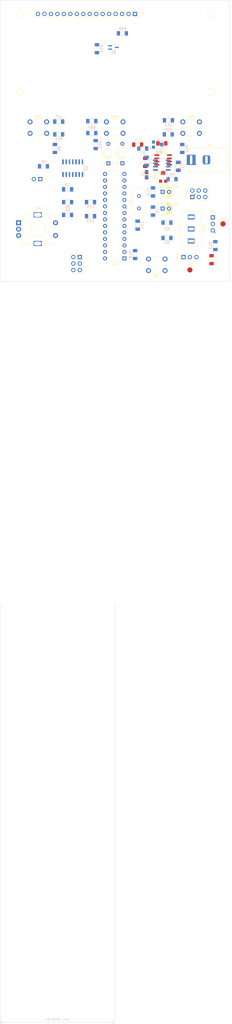
<source format=kicad_pcb>
(kicad_pcb (version 20211014) (generator pcbnew)
  (layers (0 "F.Cu" signal) (31 "B.Cu" signal) (34 "B.Paste" user) (35 "F.Paste" user) (36 "B.SilkS" user "B.Silkscreen") (37 "F.SilkS" user "F.Silkscreen") (38 "B.Mask" user) (39 "F.Mask" user) (44 "Edge.Cuts" user))
  (net 0 "")
  (net 1 "GND")
  (net 2 "Net-(D2-Pad1)")
  (net 3 "Net-(C9-Pad2)")
  (net 4 "VCC")
  (net 5 "Net-(D1-Pad1)")
  (net 6 "Net-(D1-Pad2)")
  (net 7 "Net-(D2-Pad2)")
  (net 8 "IO12_MISO_PB4")
  (net 9 "/Vin")
  (net 10 "IO13_SCK_PB5")
  (net 11 "IO11_MOSI_PB3")
  (net 12 "RESET#")
  (net 16 "IO8_PB0")
  (net 27 "IO9_PB1")
  (net 28 "AD1_PC1")
  (net 29 "AD0_PC0")
  (net 30 "Net-(R4-Pad2)")
  (net 31 "Net-(C2-Pad1)")
  (net 32 "Net-(R15-Pad2)")
  (net 33 "IO3_PD3")
  (net 34 "IO2_PD2")
  (net 35 "IO4_PD4")
  (net 36 "IO5_PD5")
  (net 37 "IO6_PD6")
  (net 38 "IO7_PD7")
  (net 39 "IO0_RX_PD0")
  (net 40 "IO10_SS_PB2")
  (net 41 "IO1_TX_PD1")
  (net 42 "AD2_PC2")
  (net 43 "AD3_PC3")
  (net 44 "AD4_PC4")
  (net 45 "AD5_PC5")
  (net 46 "+BATT")
  (net 47 "Net-(C5-Pad1)")
  (net 48 "Net-(JP2-Pad2)")
  (net 49 "Net-(JP1-Pad2)")
  (net 50 "Net-(C10-Pad2)")
  (net 51 "Net-(C13-Pad2)")
  (net 53 "LCD_RX")
  (net 54 "+3V3")
  (net 55 "Net-(JP1-Pad3)")
  (net 56 "Net-(JP2-Pad3)")
  (net 57 "Net-(R5-Pad2)")
  (net 58 "Net-(R8-Pad2)")
  (net 59 "Net-(R11-Pad1)")
  (net 60 "Net-(R19-Pad2)")
  (net 61 "Net-(RV1-Pad2)")
  (net 62 "Net-(RV2-Pad2)")
  (net 65 "/EncDebnc")
  (net 66 "/LeftDebn")
  (net 67 "/MidDebn")
  (net 68 "/RigDebn")
  (footprint "Resistor_SMD:R_1206_3216Metric_Pad1.30x1.75mm_HandSolder" (layer "F.Cu") (at 160.5 76 180)
    (fp_text reference "R8" (at 0 -1.82) (layer "F.SilkS"))
    (fp_text value "0.33")
    (pad "1" smd roundrect locked (at -1.55 0 180) (size 1.3 1.75) (layers "F.Cu" "F.Paste" "F.Mask") (roundrect_rratio 0.192308) (net 9 "/Vin"))
    (pad "2" smd roundrect locked (at 1.55 0 180) (size 1.3 1.75) (layers "F.Cu" "F.Paste" "F.Mask") (roundrect_rratio 0.192308) (net 58 "Net-(R8-Pad2)"))
  )
  (footprint "Button_Switch_THT:SW_PUSH_6mm_H5mm" (layer "F.Cu") (at 168.75 67.6)
    (fp_text reference "SW8" (at 3.25 -2) (layer "F.SilkS"))
    (fp_text value "SW_RightMenu")
    (pad "1" thru_hole circle locked (at 6.5 0 90) (size 2 2) (drill 1.1) (layers *.Cu *.Mask) (net 1 "GND"))
    (pad "1" thru_hole circle locked (at 0 0 90) (size 2 2) (drill 1.1) (layers *.Cu *.Mask) (net 1 "GND"))
    (pad "2" thru_hole circle locked (at 0 4.5 90) (size 2 2) (drill 1.1) (layers *.Cu *.Mask) (net 60 "Net-(R19-Pad2)"))
    (pad "2" thru_hole circle locked (at 6.5 4.5 90) (size 2 2) (drill 1.1) (layers *.Cu *.Mask) (net 60 "Net-(R19-Pad2)"))
  )
  (footprint "Library:BarrelJack_CUI_PJ-037A_Horizontal" (layer "F.Cu") (at 172 82.4575 180)
    (fp_text reference "J3" (at -6.985 5.715) (layer "F.SilkS"))
    (fp_text value "Barrel_Jack")
    (pad "1" thru_hole rect locked (at 0 0 180) (size 3.5 4) (drill oval 1 3.5) (layers *.Cu *.Mask) (net 46 "+BATT"))
    (pad "2" thru_hole roundrect locked (at -6 0 180) (size 3 3.5) (drill oval 1 3) (layers *.Cu *.Mask) (net 1 "GND"))
  )
  (footprint "Package_SO:SOIC-8_3.9x4.9mm_P1.27mm" (layer "F.Cu") (at 161 82.5)
    (fp_text reference "U3" (at 0 -3.4) (layer "F.SilkS"))
    (fp_text value "MC34063AD")
    (pad "1" smd roundrect locked (at -2.475 -1.905) (size 1.95 0.6) (layers "F.Cu" "F.Paste" "F.Mask") (net 58 "Net-(R8-Pad2)"))
    (pad "2" smd roundrect locked (at -2.475 -0.635) (size 1.95 0.6) (layers "F.Cu" "F.Paste" "F.Mask") (net 2 "Net-(D2-Pad1)"))
    (pad "3" smd roundrect locked (at -2.475 0.635) (size 1.95 0.6) (layers "F.Cu" "F.Paste" "F.Mask") (net 47 "Net-(C5-Pad1)"))
    (pad "4" smd roundrect locked (at -2.475 1.905) (size 1.95 0.6) (layers "F.Cu" "F.Paste" "F.Mask") (net 1 "GND"))
    (pad "5" smd roundrect locked (at 2.475 1.905) (size 1.95 0.6) (layers "F.Cu" "F.Paste" "F.Mask") (net 62 "Net-(RV2-Pad2)"))
    (pad "6" smd roundrect locked (at 2.475 0.635) (size 1.95 0.6) (layers "F.Cu" "F.Paste" "F.Mask") (net 9 "/Vin"))
    (pad "7" smd roundrect locked (at 2.475 -0.635) (size 1.95 0.6) (layers "F.Cu" "F.Paste" "F.Mask") (net 58 "Net-(R8-Pad2)"))
    (pad "8" smd roundrect locked (at 2.475 -1.905) (size 1.95 0.6) (layers "F.Cu" "F.Paste" "F.Mask") (net 58 "Net-(R8-Pad2)"))
  )
  (footprint "Button_Switch_THT:SW_PUSH_6mm_H5mm" (layer "F.Cu") (at 138.75 67.6)
    (fp_text reference "SW6" (at 3.25 -2) (layer "F.SilkS"))
    (fp_text value "SW_MidMenu")
    (pad "1" thru_hole circle locked (at 0 0 90) (size 2 2) (drill 1.1) (layers *.Cu *.Mask) (net 1 "GND"))
    (pad "1" thru_hole circle locked (at 6.5 0 90) (size 2 2) (drill 1.1) (layers *.Cu *.Mask) (net 1 "GND"))
    (pad "2" thru_hole circle locked (at 0 4.5 90) (size 2 2) (drill 1.1) (layers *.Cu *.Mask) (net 32 "Net-(R15-Pad2)"))
    (pad "2" thru_hole circle locked (at 6.5 4.5 90) (size 2 2) (drill 1.1) (layers *.Cu *.Mask) (net 32 "Net-(R15-Pad2)"))
  )
  (footprint "Inductor_SMD:L_0805_2012Metric_Pad1.15x1.40mm_HandSolder" (layer "F.Cu") (at 154.5 88.5 -90)
    (fp_text reference "L2" (at 0 -1.65 90) (layer "F.SilkS"))
    (fp_text value "100u")
    (pad "1" smd roundrect locked (at -1.025 0 270) (size 1.15 1.4) (layers "F.Cu" "F.Paste" "F.Mask") (roundrect_rratio 0.217391) (net 2 "Net-(D2-Pad1)"))
    (pad "2" smd roundrect locked (at 1.025 0 270) (size 1.15 1.4) (layers "F.Cu" "F.Paste" "F.Mask") (roundrect_rratio 0.217391) (net 49 "Net-(JP1-Pad2)"))
  )
  (footprint "TestPoint:TestPoint_Pad_D2.0mm" (layer "F.Cu") (at 171.5 125.5)
    (fp_text reference "TP1" (at 0 -1.998) (layer "F.SilkS"))
    (fp_text value "TestPoint")
    (pad "1" smd circle locked (at 0 0) (size 2 2) (layers "F.Cu" "F.Mask") (net 48 "Net-(JP2-Pad2)"))
  )
  (footprint "Library:TRIM_TC33X-2-502E" (layer "F.Cu") (at 161 89 90)
    (fp_text reference "RV2" (at 0.294315 -3.008465 90) (layer "F.SilkS") (effects (font (size 1.000165 1.000165))))
    (fp_text value "5k")
    (pad "1" smd rect locked (at -1.8 -1 90) (size 1.2 1.2) (layers "F.Cu" "F.Paste" "F.Mask") (net 49 "Net-(JP1-Pad2)"))
    (pad "2" smd rect locked (at 1.45 0 90) (size 1.5 1.6) (layers "F.Cu" "F.Paste" "F.Mask") (net 62 "Net-(RV2-Pad2)"))
    (pad "3" smd rect locked (at -1.8 1 90) (size 1.2 1.2) (layers "F.Cu" "F.Paste" "F.Mask") (net 1 "GND"))
  )
  (footprint "Package_DIP:DIP-28_W7.62mm" (layer "F.Cu") (at 145.8 121 180)
    (fp_text reference "U4" (at 3.81 -2.33) (layer "F.SilkS"))
    (fp_text value "ATmega328P-P")
    (pad "1" thru_hole rect locked (at 0 0 180) (size 1.6 1.6) (drill 0.8) (layers *.Cu *.Mask) (net 12 "RESET#"))
    (pad "2" thru_hole oval locked (at 0 2.54 180) (size 1.6 1.6) (drill 0.8) (layers *.Cu *.Mask) (net 39 "IO0_RX_PD0"))
    (pad "3" thru_hole oval locked (at 0 5.08 180) (size 1.6 1.6) (drill 0.8) (layers *.Cu *.Mask) (net 41 "IO1_TX_PD1"))
    (pad "4" thru_hole oval locked (at 0 7.62 180) (size 1.6 1.6) (drill 0.8) (layers *.Cu *.Mask) (net 34 "IO2_PD2"))
    (pad "5" thru_hole oval locked (at 0 10.16 180) (size 1.6 1.6) (drill 0.8) (layers *.Cu *.Mask) (net 33 "IO3_PD3"))
    (pad "6" thru_hole oval locked (at 0 12.7 180) (size 1.6 1.6) (drill 0.8) (layers *.Cu *.Mask) (net 35 "IO4_PD4"))
    (pad "7" thru_hole oval locked (at 0 15.24 180) (size 1.6 1.6) (drill 0.8) (layers *.Cu *.Mask) (net 4 "VCC"))
    (pad "8" thru_hole oval locked (at 0 17.78 180) (size 1.6 1.6) (drill 0.8) (layers *.Cu *.Mask) (net 1 "GND"))
    (pad "9" thru_hole oval locked (at 0 20.32 180) (size 1.6 1.6) (drill 0.8) (layers *.Cu *.Mask) (net 3 "Net-(C9-Pad2)"))
    (pad "10" thru_hole oval locked (at 0 22.86 180) (size 1.6 1.6) (drill 0.8) (layers *.Cu *.Mask) (net 50 "Net-(C10-Pad2)"))
    (pad "11" thru_hole oval locked (at 0 25.4 180) (size 1.6 1.6) (drill 0.8) (layers *.Cu *.Mask) (net 36 "IO5_PD5"))
    (pad "12" thru_hole oval locked (at 0 27.94 180) (size 1.6 1.6) (drill 0.8) (layers *.Cu *.Mask) (net 37 "IO6_PD6"))
    (pad "13" thru_hole oval locked (at 0 30.48 180) (size 1.6 1.6) (drill 0.8) (layers *.Cu *.Mask) (net 38 "IO7_PD7"))
    (pad "14" thru_hole oval locked (at 0 33.02 180) (size 1.6 1.6) (drill 0.8) (layers *.Cu *.Mask) (net 16 "IO8_PB0"))
    (pad "15" thru_hole oval locked (at 7.62 33.02 180) (size 1.6 1.6) (drill 0.8) (layers *.Cu *.Mask) (net 27 "IO9_PB1"))
    (pad "16" thru_hole oval locked (at 7.62 30.48 180) (size 1.6 1.6) (drill 0.8) (layers *.Cu *.Mask) (net 40 "IO10_SS_PB2"))
    (pad "17" thru_hole oval locked (at 7.62 27.94 180) (size 1.6 1.6) (drill 0.8) (layers *.Cu *.Mask) (net 11 "IO11_MOSI_PB3"))
    (pad "18" thru_hole oval locked (at 7.62 25.4 180) (size 1.6 1.6) (drill 0.8) (layers *.Cu *.Mask) (net 8 "IO12_MISO_PB4"))
    (pad "19" thru_hole oval locked (at 7.62 22.86 180) (size 1.6 1.6) (drill 0.8) (layers *.Cu *.Mask) (net 10 "IO13_SCK_PB5"))
    (pad "20" thru_hole oval locked (at 7.62 20.32 180) (size 1.6 1.6) (drill 0.8) (layers *.Cu *.Mask) (net 4 "VCC"))
    (pad "21" thru_hole oval locked (at 7.62 17.78 180) (size 1.6 1.6) (drill 0.8) (layers *.Cu *.Mask) (net 51 "Net-(C13-Pad2)"))
    (pad "22" thru_hole oval locked (at 7.62 15.24 180) (size 1.6 1.6) (drill 0.8) (layers *.Cu *.Mask) (net 1 "GND"))
    (pad "23" thru_hole oval locked (at 7.62 12.7 180) (size 1.6 1.6) (drill 0.8) (layers *.Cu *.Mask) (net 29 "AD0_PC0"))
    (pad "24" thru_hole oval locked (at 7.62 10.16 180) (size 1.6 1.6) (drill 0.8) (layers *.Cu *.Mask) (net 28 "AD1_PC1"))
    (pad "25" thru_hole oval locked (at 7.62 7.62 180) (size 1.6 1.6) (drill 0.8) (layers *.Cu *.Mask) (net 42 "AD2_PC2"))
    (pad "26" thru_hole oval locked (at 7.62 5.08 180) (size 1.6 1.6) (drill 0.8) (layers *.Cu *.Mask) (net 43 "AD3_PC3"))
    (pad "27" thru_hole oval locked (at 7.62 2.54 180) (size 1.6 1.6) (drill 0.8) (layers *.Cu *.Mask) (net 44 "AD4_PC4"))
    (pad "28" thru_hole oval locked (at 7.62 0 180) (size 1.6 1.6) (drill 0.8) (layers *.Cu *.Mask) (net 45 "AD5_PC5"))
  )
  (footprint "Capacitor_THT:CP_Radial_D5.0mm_P2.50mm" (layer "F.Cu") (at 160.794888 95)
    (fp_text reference "C8" (at 5.205112 -2) (layer "F.SilkS"))
    (fp_text value "470u")
    (pad "1" thru_hole rect locked (at 0 0) (size 1.6 1.6) (drill 0.8) (layers *.Cu *.Mask) (net 49 "Net-(JP1-Pad2)"))
    (pad "2" thru_hole circle locked (at 2.5 0) (size 1.6 1.6) (drill 0.8) (layers *.Cu *.Mask) (net 1 "GND"))
  )
  (footprint "Capacitor_THT:CP_Radial_D5.0mm_P2.50mm" (layer "F.Cu") (at 160.794887 101.5)
    (fp_text reference "C6" (at 5.205113 -1.5) (layer "F.SilkS"))
    (fp_text value "470u")
    (pad "1" thru_hole rect locked (at 0 0) (size 1.6 1.6) (drill 0.8) (layers *.Cu *.Mask) (net 48 "Net-(JP2-Pad2)"))
    (pad "2" thru_hole circle locked (at 2.5 0) (size 1.6 1.6) (drill 0.8) (layers *.Cu *.Mask) (net 1 "GND"))
  )
  (footprint "Crystal:Crystal_HC49-4H_Vertical" (layer "F.Cu") (at 151.5 101.45 90)
    (fp_text reference "Y1" (at 2.44 -3.525 90) (layer "F.SilkS"))
    (fp_text value "Crystal_16MHz")
    (pad "1" thru_hole circle locked (at 0 0 90) (size 1.5 1.5) (drill 0.8) (layers *.Cu *.Mask) (net 3 "Net-(C9-Pad2)"))
    (pad "2" thru_hole circle locked (at 4.88 0 90) (size 1.5 1.5) (drill 0.8) (layers *.Cu *.Mask) (net 50 "Net-(C10-Pad2)"))
  )
  (footprint "Connector_PinHeader_2.54mm:PinHeader_2x03_P2.54mm_Vertical" (layer "F.Cu") (at 172.46 97 90)
    (fp_text reference "SW3" (at 1.27 -2.33 90) (layer "F.SilkS"))
    (fp_text value "SW_Power")
    (pad "1" thru_hole rect locked (at 0 0 90) (size 1.7 1.7) (drill 1) (layers *.Cu *.Mask) (net 46 "+BATT"))
    (pad "2" thru_hole oval locked (at 2.54 0 90) (size 1.7 1.7) (drill 1) (layers *.Cu *.Mask) (net 9 "/Vin"))
    (pad "3" thru_hole oval locked (at 0 2.54 90) (size 1.7 1.7) (drill 1) (layers *.Cu *.Mask))
    (pad "4" thru_hole oval locked (at 2.54 2.54 90) (size 1.7 1.7) (drill 1) (layers *.Cu *.Mask))
    (pad "5" thru_hole oval locked (at 0 5.08 90) (size 1.7 1.7) (drill 1) (layers *.Cu *.Mask))
    (pad "6" thru_hole oval locked (at 2.54 5.08 90) (size 1.7 1.7) (drill 1) (layers *.Cu *.Mask))
  )
  (footprint "Connector_PinSocket_2.54mm:PinSocket_2x03_P2.54mm_Vertical" (layer "F.Cu") (at 128.29 120.475)
    (fp_text reference "J1" (at -1.27 -2.77) (layer "F.SilkS"))
    (fp_text value "Conn_02x03_Odd_Even")
    (pad "1" thru_hole rect locked (at 0 0) (size 1.7 1.7) (drill 1) (layers *.Cu *.Mask) (net 8 "IO12_MISO_PB4"))
    (pad "2" thru_hole oval locked (at -2.54 0) (size 1.7 1.7) (drill 1) (layers *.Cu *.Mask))
    (pad "3" thru_hole oval locked (at 0 2.54) (size 1.7 1.7) (drill 1) (layers *.Cu *.Mask) (net 10 "IO13_SCK_PB5"))
    (pad "4" thru_hole oval locked (at -2.54 2.54) (size 1.7 1.7) (drill 1) (layers *.Cu *.Mask) (net 11 "IO11_MOSI_PB3"))
    (pad "5" thru_hole oval locked (at 0 5.08) (size 1.7 1.7) (drill 1) (layers *.Cu *.Mask) (net 12 "RESET#"))
    (pad "6" thru_hole oval locked (at -2.54 5.08) (size 1.7 1.7) (drill 1) (layers *.Cu *.Mask) (net 1 "GND"))
  )
  (footprint "Diode_THT:D_DO-35_SOD27_P7.62mm_Horizontal" (layer "F.Cu") (at 145 83.81 90)
    (fp_text reference "D2" (at 3.81 -2.12 90) (layer "F.SilkS"))
    (fp_text value "BZX55C3V9")
    (fp_text user "K" (at 0 -1.8 90) (layer "F.SilkS"))
    (pad "1" thru_hole rect locked (at 0 0 90) (size 1.6 1.6) (drill 0.8) (layers *.Cu *.Mask) (net 2 "Net-(D2-Pad1)"))
    (pad "2" thru_hole oval locked (at 7.62 0 90) (size 1.6 1.6) (drill 0.8) (layers *.Cu *.Mask) (net 7 "Net-(D2-Pad2)"))
  )
  (footprint "Rotary_Encoder:RotaryEncoder_Alps_EC11E-Switch_Vertical_H20mm" (layer "F.Cu") (at 104.25 107.065)
    (fp_text reference "SW4" (at 7.885 -5.755) (layer "F.SilkS"))
    (fp_text value "RotaryEncoder_Switch")
    (pad "A" thru_hole rect locked (at 0 0) (size 2 2) (drill 1) (layers *.Cu *.Mask) (net 34 "IO2_PD2"))
    (pad "B" thru_hole circle locked (at 0 5) (size 2 2) (drill 1) (layers *.Cu *.Mask) (net 33 "IO3_PD3"))
    (pad "C" thru_hole circle locked (at 0 2.5) (size 2 2) (drill 1) (layers *.Cu *.Mask) (net 1 "GND"))
    (pad "MP" thru_hole rect locked (at 7.5 8.1) (size 3.2 2) (drill oval 2.8 1.5) (layers *.Cu *.Mask))
    (pad "MP" thru_hole rect locked (at 7.5 -3.1) (size 3.2 2) (drill oval 2.8 1.5) (layers *.Cu *.Mask))
    (pad "S1" thru_hole circle locked (at 14.5 5) (size 2 2) (drill 1) (layers *.Cu *.Mask) (net 30 "Net-(R4-Pad2)"))
    (pad "S2" thru_hole circle locked (at 14.5 0) (size 2 2) (drill 1) (layers *.Cu *.Mask) (net 1 "GND"))
  )
  (footprint "TestPoint:TestPoint_Pad_D2.0mm" (layer "F.Cu") (at 184.5 107.5)
    (fp_text reference "TP2" (at 0 -1.998) (layer "F.SilkS"))
    (fp_text value "TestPoint")
    (pad "1" smd circle locked (at 0 0) (size 2 2) (layers "F.Cu" "F.Mask") (net 49 "Net-(JP1-Pad2)"))
  )
  (footprint "Connector_PinHeader_2.54mm:PinHeader_1x03_P2.54mm_Vertical" (layer "F.Cu") (at 180.5 104.96)
    (fp_text reference "JP1" (at 0 -2.33) (layer "F.SilkS"))
    (fp_text value "Jumper_3_Open")
    (pad "1" thru_hole rect locked (at 0 0) (size 1.7 1.7) (drill 1) (layers *.Cu *.Mask) (net 54 "+3V3"))
    (pad "2" thru_hole oval locked (at 0 2.54) (size 1.7 1.7) (drill 1) (layers *.Cu *.Mask) (net 49 "Net-(JP1-Pad2)"))
    (pad "3" thru_hole oval locked (at 0 5.08) (size 1.7 1.7) (drill 1) (layers *.Cu *.Mask) (net 55 "Net-(JP1-Pad3)"))
  )
  (footprint "Button_Switch_THT:SW_PUSH_6mm_H5mm" (layer "F.Cu") (at 108.75 67.6)
    (fp_text reference "SW5" (at 3.25 -2) (layer "F.SilkS"))
    (fp_text value "SW_LeftMenu")
    (pad "1" thru_hole circle locked (at 0 0 90) (size 2 2) (drill 1.1) (layers *.Cu *.Mask) (net 1 "GND"))
    (pad "1" thru_hole circle locked (at 6.5 0 90) (size 2 2) (drill 1.1) (layers *.Cu *.Mask) (net 1 "GND"))
    (pad "2" thru_hole circle locked (at 6.5 4.5 90) (size 2 2) (drill 1.1) (layers *.Cu *.Mask) (net 59 "Net-(R11-Pad1)"))
    (pad "2" thru_hole circle locked (at 0 4.5 90) (size 2 2) (drill 1.1) (layers *.Cu *.Mask) (net 59 "Net-(R11-Pad1)"))
  )
  (footprint "Connector_PinHeader_2.54mm:PinHeader_1x03_P2.54mm_Vertical" (layer "F.Cu") (at 169 120.5 90)
    (fp_text reference "JP2" (at 0 -2.33 90) (layer "F.SilkS"))
    (fp_text value "Jumper_3_Open")
    (pad "1" thru_hole rect locked (at 0 0 90) (size 1.7 1.7) (drill 1) (layers *.Cu *.Mask) (net 4 "VCC"))
    (pad "2" thru_hole oval locked (at 0 2.54 90) (size 1.7 1.7) (drill 1) (layers *.Cu *.Mask) (net 48 "Net-(JP2-Pad2)"))
    (pad "3" thru_hole oval locked (at 0 5.08 90) (size 1.7 1.7) (drill 1) (layers *.Cu *.Mask) (net 56 "Net-(JP2-Pad3)"))
  )
  (footprint "Connector_PinSocket_2.54mm:PinSocket_1x16_P2.54mm_Vertical" (layer "F.Cu") (at 149.9616 25.4 -90)
    (fp_text reference "J2" (at 0 -2.77 -270) (layer "F.SilkS"))
    (fp_text value "Conn_01x16")
    (pad "1" thru_hole rect (at 0 0 270) (size 1.7 1.7) (drill 1) (layers *.Cu *.Mask) (net 1 "GND"))
    (pad "2" thru_hole oval (at 0 2.54 270) (size 1.7 1.7) (drill 1) (layers *.Cu *.Mask) (net 4 "VCC"))
    (pad "3" thru_hole oval (at 0 5.08 270) (size 1.7 1.7) (drill 1) (layers *.Cu *.Mask))
    (pad "4" thru_hole oval (at 0 7.62 270) (size 1.7 1.7) (drill 1) (layers *.Cu *.Mask))
    (pad "5" thru_hole oval (at 0 10.16 270) (size 1.7 1.7) (drill 1) (layers *.Cu *.Mask))
    (pad "6" thru_hole oval (at 0 12.7 270) (size 1.7 1.7) (drill 1) (layers *.Cu *.Mask) (net 53 "LCD_RX"))
    (pad "7" thru_hole oval (at 0 15.24 270) (size 1.7 1.7) (drill 1) (layers *.Cu *.Mask))
    (pad "8" thru_hole oval (at 0 17.78 270) (size 1.7 1.7) (drill 1) (layers *.Cu *.Mask))
    (pad "9" thru_hole oval (at 0 20.32 270) (size 1.7 1.7) (drill 1) (layers *.Cu *.Mask))
    (pad "10" thru_hole oval (at 0 22.86 270) (size 1.7 1.7) (drill 1) (layers *.Cu *.Mask))
    (pad "11" thru_hole oval (at 0 25.4 270) (size 1.7 1.7) (drill 1) (layers *.Cu *.Mask))
    (pad "12" thru_hole oval (at 0 27.94 270) (size 1.7 1.7) (drill 1) (layers *.Cu *.Mask))
    (pad "13" thru_hole oval (at 0 30.48 270) (size 1.7 1.7) (drill 1) (layers *.Cu *.Mask))
    (pad "14" thru_hole oval (at 0 33.02 270) (size 1.7 1.7) (drill 1) (layers *.Cu *.Mask))
    (pad "15" thru_hole oval (at 0 35.56 270) (size 1.7 1.7) (drill 1) (layers *.Cu *.Mask))
    (pad "16" thru_hole oval (at 0 38.1 270) (size 1.7 1.7) (drill 1) (layers *.Cu *.Mask))
  )
  (footprint "Diode_THT:D_DO-35_SOD27_P7.62mm_Horizontal" (layer "F.Cu") (at 139.5 83.81 90)
    (fp_text reference "D1" (at 3.81 -2.12 90) (layer "F.SilkS"))
    (fp_text value "BZX55C5V1")
    (fp_text user "K" (at 0 -1.8 90) (layer "F.SilkS"))
    (pad "1" thru_hole rect locked (at 0 0 90) (size 1.6 1.6) (drill 0.8) (layers *.Cu *.Mask) (net 5 "Net-(D1-Pad1)"))
    (pad "2" thru_hole oval locked (at 7.62 0 90) (size 1.6 1.6) (drill 0.8) (layers *.Cu *.Mask) (net 6 "Net-(D1-Pad2)"))
  )
  (footprint "Resistor_SMD:R_1206_3216Metric_Pad1.30x1.75mm_HandSolder" (layer "F.Cu") (at 180 121.5 -90)
    (fp_text reference "R13" (at 0 -1.82 90) (layer "F.SilkS"))
    (fp_text value "150")
    (pad "1" smd roundrect locked (at -1.55 0 270) (size 1.3 1.75) (layers "F.Cu" "F.Paste" "F.Mask") (roundrect_rratio 0.192308) (net 56 "Net-(JP2-Pad3)"))
    (pad "2" smd roundrect locked (at 1.55 0 270) (size 1.3 1.75) (layers "F.Cu" "F.Paste" "F.Mask") (roundrect_rratio 0.192308) (net 1 "GND"))
  )
  (footprint "Connector_PinHeader_2.54mm:PinHeader_1x02_P2.54mm_Vertical" (layer "F.Cu") (at 112.775 90 -90)
    (fp_text reference "SW2" (at 0 -2.33 90) (layer "F.SilkS"))
    (fp_text value "Tilt_Switch")
    (pad "1" thru_hole rect locked (at 0 0 270) (size 1.7 1.7) (drill 1) (layers *.Cu *.Mask) (net 27 "IO9_PB1"))
    (pad "2" thru_hole oval locked (at 0 2.54 270) (size 1.7 1.7) (drill 1) (layers *.Cu *.Mask) (net 1 "GND"))
  )
  (footprint "Capacitor_SMD:C_1206_3216Metric_Pad1.33x1.80mm_HandSolder" (layer "F.Cu") (at 167 85 90)
    (fp_text reference "C4" (at 0 -1.85 90) (layer "F.SilkS"))
    (fp_text value "100u")
    (pad "1" smd roundrect locked (at -1.5625 0 90) (size 1.325 1.8) (layers "F.Cu" "F.Paste" "F.Mask") (roundrect_rratio 0.188679) (net 9 "/Vin"))
    (pad "2" smd roundrect locked (at 1.5625 0 90) (size 1.325 1.8) (layers "F.Cu" "F.Paste" "F.Mask") (roundrect_rratio 0.188679) (net 1 "GND"))
  )
  (footprint "Capacitor_SMD:C_1206_3216Metric_Pad1.33x1.80mm_HandSolder" (layer "F.Cu") (at 154 83.4375 90)
    (fp_text reference "C5" (at 0 -1.85 90) (layer "F.SilkS"))
    (fp_text value "470p")
    (pad "1" smd roundrect locked (at -1.5625 0 90) (size 1.325 1.8) (layers "F.Cu" "F.Paste" "F.Mask") (roundrect_rratio 0.188679) (net 47 "Net-(C5-Pad1)"))
    (pad "2" smd roundrect locked (at 1.5625 0 90) (size 1.325 1.8) (layers "F.Cu" "F.Paste" "F.Mask") (roundrect_rratio 0.188679) (net 1 "GND"))
  )
  (footprint "Resistor_SMD:R_1206_3216Metric_Pad1.30x1.75mm_HandSolder" (layer "F.Cu") (at 151 76.5)
    (fp_text reference "R10" (at 0 -1.82) (layer "F.SilkS"))
    (fp_text value "120")
    (pad "1" smd roundrect locked (at -1.55 0) (size 1.3 1.75) (layers "F.Cu" "F.Paste" "F.Mask") (roundrect_rratio 0.192308) (net 7 "Net-(D2-Pad2)"))
    (pad "2" smd roundrect locked (at 1.55 0) (size 1.3 1.75) (layers "F.Cu" "F.Paste" "F.Mask") (roundrect_rratio 0.192308) (net 1 "GND"))
  )
  (footprint "Button_Switch_THT:SW_PUSH_6mm_H5mm" (layer "F.Cu") (at 161.75 125.75 180)
    (fp_text reference "SW7" (at 3.25 -2) (layer "F.SilkS"))
    (fp_text value "SW_Reset")
    (pad "1" thru_hole circle locked (at 0 0 270) (size 2 2) (drill 1.1) (layers *.Cu *.Mask) (net 1 "GND"))
    (pad "1" thru_hole circle locked (at 6.5 0 270) (size 2 2) (drill 1.1) (layers *.Cu *.Mask) (net 1 "GND"))
    (pad "2" thru_hole circle locked (at 6.5 4.5 270) (size 2 2) (drill 1.1) (layers *.Cu *.Mask) (net 12 "RESET#"))
    (pad "2" thru_hole circle locked (at 0 4.5 270) (size 2 2) (drill 1.1) (layers *.Cu *.Mask) (net 12 "RESET#"))
  )
  (footprint "Library:GoldSun_MTS103_Mini_Toggle_Switch" (layer "F.Cu") (at 172 109.5 -90)
    (fp_text reference "SW1" (at 0 -5 -90 unlocked) (layer "F.SilkS"))
    (fp_text value "SW_Toggle_SPDT")
    (pad "1" thru_hole rect (at -4.7 0 270) (size 2 2.6) (drill oval 0.95 2.25) (layers *.Cu *.Mask) (net 29 "AD0_PC0"))
    (pad "2" thru_hole rect (at 0 0 270) (size 2 2.6) (drill oval 0.95 2.25) (layers *.Cu *.Mask) (net 1 "GND"))
    (pad "3" thru_hole rect (at 4.7 0 270) (size 2 2.6) (drill oval 0.95 2.25) (layers *.Cu *.Mask) (net 28 "AD1_PC1"))
  )
  (footprint "Resistor_SMD:R_1206_3216Metric_Pad1.30x1.75mm_HandSolder" (layer "B.Cu") (at 120 72.5)
    (fp_text reference "R11" (at 0 1.82) (layer "B.SilkS") (effects (justify mirror)))
    (fp_text value "1k")
    (pad "1" smd roundrect locked (at -1.55 0) (size 1.3 1.75) (layers "B.Cu" "B.Paste" "B.Mask") (roundrect_rratio 0.192308) (net 59 "Net-(R11-Pad1)"))
    (pad "2" smd roundrect locked (at 1.55 0) (size 1.3 1.75) (layers "B.Cu" "B.Paste" "B.Mask") (roundrect_rratio 0.192308) (net 66 "/LeftDebn"))
  )
  (footprint "Capacitor_SMD:C_1206_3216Metric_Pad1.33x1.80mm_HandSolder" (layer "B.Cu") (at 120 67.5 180)
    (fp_text reference "C7" (at 0 1.85) (layer "B.SilkS") (effects (justify mirror)))
    (fp_text value "10u")
    (pad "1" smd roundrect locked (at -1.5625 0 180) (size 1.325 1.8) (layers "B.Cu" "B.Paste" "B.Mask") (roundrect_rratio 0.188679) (net 66 "/LeftDebn"))
    (pad "2" smd roundrect locked (at 1.5625 0 180) (size 1.325 1.8) (layers "B.Cu" "B.Paste" "B.Mask") (roundrect_rratio 0.188679) (net 1 "GND"))
  )
  (footprint "Capacitor_SMD:C_1206_3216Metric_Pad1.33x1.80mm_HandSolder" (layer "B.Cu") (at 133 67.31)
    (fp_text reference "C11" (at 0 1.85) (layer "B.SilkS") (effects (justify mirror)))
    (fp_text value "10u")
    (pad "1" smd roundrect locked (at -1.5625 0) (size 1.325 1.8) (layers "B.Cu" "B.Paste" "B.Mask") (roundrect_rratio 0.188679) (net 67 "/MidDebn"))
    (pad "2" smd roundrect locked (at 1.5625 0) (size 1.325 1.8) (layers "B.Cu" "B.Paste" "B.Mask") (roundrect_rratio 0.188679) (net 1 "GND"))
  )
  (footprint "Capacitor_SMD:C_1206_3216Metric_Pad1.33x1.80mm_HandSolder" (layer "B.Cu") (at 163.0625 67)
    (fp_text reference "C12" (at 0 1.85) (layer "B.SilkS") (effects (justify mirror)))
    (fp_text value "10u")
    (pad "1" smd roundrect locked (at -1.5625 0) (size 1.325 1.8) (layers "B.Cu" "B.Paste" "B.Mask") (roundrect_rratio 0.188679) (net 68 "/RigDebn"))
    (pad "2" smd roundrect locked (at 1.5625 0) (size 1.325 1.8) (layers "B.Cu" "B.Paste" "B.Mask") (roundrect_rratio 0.188679) (net 1 "GND"))
  )
  (footprint "Resistor_SMD:R_1206_3216Metric_Pad1.30x1.75mm_HandSolder" (layer "B.Cu") (at 153 78)
    (fp_text reference "R7" (at 0 1.82) (layer "B.SilkS") (effects (justify mirror)))
    (fp_text value "68")
    (pad "1" smd roundrect locked (at -1.55 0) (size 1.3 1.75) (layers "B.Cu" "B.Paste" "B.Mask") (roundrect_rratio 0.192308) (net 6 "Net-(D1-Pad2)"))
    (pad "2" smd roundrect locked (at 1.55 0) (size 1.3 1.75) (layers "B.Cu" "B.Paste" "B.Mask") (roundrect_rratio 0.192308) (net 1 "GND"))
  )
  (footprint "Capacitor_SMD:C_1206_3216Metric_Pad1.33x1.80mm_HandSolder" (layer "B.Cu") (at 154.5 83 90)
    (fp_text reference "C2" (at 0 1.85 90) (layer "B.SilkS") (effects (justify mirror)))
    (fp_text value "470p")
    (pad "1" smd roundrect locked (at -1.5625 0 90) (size 1.325 1.8) (layers "B.Cu" "B.Paste" "B.Mask") (roundrect_rratio 0.188679) (net 31 "Net-(C2-Pad1)"))
    (pad "2" smd roundrect locked (at 1.5625 0 90) (size 1.325 1.8) (layers "B.Cu" "B.Paste" "B.Mask") (roundrect_rratio 0.188679) (net 1 "GND"))
  )
  (footprint "Resistor_SMD:R_1206_3216Metric_Pad1.30x1.75mm_HandSolder" (layer "B.Cu") (at 133 72 180)
    (fp_text reference "R17" (at 0 1.82) (layer "B.SilkS") (effects (justify mirror)))
    (fp_text value "1k")
    (pad "1" smd roundrect locked (at -1.55 0 180) (size 1.3 1.75) (layers "B.Cu" "B.Paste" "B.Mask") (roundrect_rratio 0.192308) (net 32 "Net-(R15-Pad2)"))
    (pad "2" smd roundrect locked (at 1.55 0 180) (size 1.3 1.75) (layers "B.Cu" "B.Paste" "B.Mask") (roundrect_rratio 0.192308) (net 67 "/MidDebn"))
  )
  (footprint "Resistor_SMD:R_1206_3216Metric_Pad1.30x1.75mm_HandSolder" (layer "B.Cu") (at 164.5 90 180)
    (fp_text reference "R5" (at 0 1.82) (layer "B.SilkS") (effects (justify mirror)))
    (fp_text value "0.33")
    (pad "1" smd roundrect locked (at -1.55 0 180) (size 1.3 1.75) (layers "B.Cu" "B.Paste" "B.Mask") (roundrect_rratio 0.192308) (net 9 "/Vin"))
    (pad "2" smd roundrect locked (at 1.55 0 180) (size 1.3 1.75) (layers "B.Cu" "B.Paste" "B.Mask") (roundrect_rratio 0.192308) (net 57 "Net-(R5-Pad2)"))
  )
  (footprint "Resistor_SMD:R_1206_3216Metric_Pad1.30x1.75mm_HandSolder" (layer "B.Cu") (at 150 119.5 -90)
    (fp_text reference "R18" (at 0 1.82 90) (layer "B.SilkS") (effects (justify mirror)))
    (fp_text value "10k")
    (pad "1" smd roundrect locked (at -1.55 0 270) (size 1.3 1.75) (layers "B.Cu" "B.Paste" "B.Mask") (roundrect_rratio 0.192308) (net 4 "VCC"))
    (pad "2" smd roundrect locked (at 1.55 0 270) (size 1.3 1.75) (layers "B.Cu" "B.Paste" "B.Mask") (roundrect_rratio 0.192308) (net 12 "RESET#"))
  )
  (footprint "Resistor_SMD:R_1206_3216Metric_Pad1.30x1.75mm_HandSolder" (layer "B.Cu") (at 114 85 180)
    (fp_text reference "R1" (at 0 1.82) (layer "B.SilkS") (effects (justify mirror)))
    (fp_text value "10k")
    (pad "1" smd roundrect locked (at -1.55 0 180) (size 1.3 1.75) (layers "B.Cu" "B.Paste" "B.Mask") (roundrect_rratio 0.192308) (net 4 "VCC"))
    (pad "2" smd roundrect locked (at 1.55 0 180) (size 1.3 1.75) (layers "B.Cu" "B.Paste" "B.Mask") (roundrect_rratio 0.192308) (net 27 "IO9_PB1"))
  )
  (footprint "Resistor_SMD:R_1206_3216Metric_Pad1.30x1.75mm_HandSolder" (layer "B.Cu") (at 168.5 78 90)
    (fp_text reference "R19" (at 0 1.82 90) (layer "B.SilkS") (effects (justify mirror)))
    (fp_text value "1k")
    (pad "1" smd roundrect locked (at -1.55 0 90) (size 1.3 1.75) (layers "B.Cu" "B.Paste" "B.Mask") (roundrect_rratio 0.192308) (net 4 "VCC"))
    (pad "2" smd roundrect locked (at 1.55 0 90) (size 1.3 1.75) (layers "B.Cu" "B.Paste" "B.Mask") (roundrect_rratio 0.192308) (net 60 "Net-(R19-Pad2)"))
  )
  (footprint "Capacitor_SMD:C_1206_3216Metric_Pad1.33x1.80mm_HandSolder" (layer "B.Cu") (at 157 102.5 90)
    (fp_text reference "C9" (at 0 1.85 90) (layer "B.SilkS") (effects (justify mirror)))
    (fp_text value "30p")
    (pad "1" smd roundrect locked (at -1.5625 0 90) (size 1.325 1.8) (layers "B.Cu" "B.Paste" "B.Mask") (roundrect_rratio 0.188679) (net 1 "GND"))
    (pad "2" smd roundrect locked (at 1.5625 0 90) (size 1.325 1.8) (layers "B.Cu" "B.Paste" "B.Mask") (roundrect_rratio 0.188679) (net 3 "Net-(C9-Pad2)"))
  )
  (footprint "Package_TO_SOT_SMD:SOT-323_SC-70_Handsoldering" (layer "B.Cu") (at 141.5 38.5)
    (fp_text reference "Q1" (at 0 2) (layer "B.SilkS") (effects (justify mirror)))
    (fp_text value "BSS138")
    (pad "1" smd rect locked (at -1.33 0.65 90) (size 0.45 1.5) (layers "B.Cu" "B.Paste" "B.Mask") (net 54 "+3V3"))
    (pad "2" smd rect locked (at -1.33 -0.65 90) (size 0.45 1.5) (layers "B.Cu" "B.Paste" "B.Mask") (net 16 "IO8_PB0"))
    (pad "3" smd rect locked (at 1.33 0 90) (size 0.45 1.5) (layers "B.Cu" "B.Paste" "B.Mask") (net 53 "LCD_RX"))
  )
  (footprint "Inductor_SMD:L_0805_2012Metric_Pad1.15x1.40mm_HandSolder" (layer "B.Cu") (at 154.5 88 -90)
    (fp_text reference "L1" (at 0 1.65 90) (layer "B.SilkS") (effects (justify mirror)))
    (fp_text value "100u")
    (pad "1" smd roundrect locked (at -1.025 0 270) (size 1.15 1.4) (layers "B.Cu" "B.Paste" "B.Mask") (roundrect_rratio 0.217391) (net 5 "Net-(D1-Pad1)"))
    (pad "2" smd roundrect locked (at 1.025 0 270) (size 1.15 1.4) (layers "B.Cu" "B.Paste" "B.Mask") (roundrect_rratio 0.217391) (net 48 "Net-(JP2-Pad2)"))
  )
  (footprint "Resistor_SMD:R_1206_3216Metric_Pad1.30x1.75mm_HandSolder" (layer "B.Cu") (at 163 72.5 180)
    (fp_text reference "R20" (at 0 1.82) (layer "B.SilkS") (effects (justify mirror)))
    (fp_text value "1k")
    (pad "1" smd roundrect locked (at -1.55 0 180) (size 1.3 1.75) (layers "B.Cu" "B.Paste" "B.Mask") (roundrect_rratio 0.192308) (net 60 "Net-(R19-Pad2)"))
    (pad "2" smd roundrect locked (at 1.55 0 180) (size 1.3 1.75) (layers "B.Cu" "B.Paste" "B.Mask") (roundrect_rratio 0.192308) (net 68 "/RigDebn"))
  )
  (footprint "Resistor_SMD:R_1206_3216Metric_Pad1.30x1.75mm_HandSolder" (layer "B.Cu") (at 145 33 180)
    (fp_text reference "R16" (at 0 1.82) (layer "B.SilkS") (effects (justify mirror)))
    (fp_text value "10k")
    (pad "1" smd roundrect locked (at -1.55 0 180) (size 1.3 1.75) (layers "B.Cu" "B.Paste" "B.Mask") (roundrect_rratio 0.192308) (net 4 "VCC"))
    (pad "2" smd roundrect locked (at 1.55 0 180) (size 1.3 1.75) (layers "B.Cu" "B.Paste" "B.Mask") (roundrect_rratio 0.192308) (net 53 "LCD_RX"))
  )
  (footprint "Resistor_SMD:R_1206_3216Metric_Pad1.30x1.75mm_HandSolder" (layer "B.Cu") (at 134.5 76.5 90)
    (fp_text reference "R15" (at 0 1.82 90) (layer "B.SilkS") (effects (justify mirror)))
    (fp_text value "1k")
    (pad "1" smd roundrect locked (at -1.55 0 90) (size 1.3 1.75) (layers "B.Cu" "B.Paste" "B.Mask") (roundrect_rratio 0.192308) (net 4 "VCC"))
    (pad "2" smd roundrect locked (at 1.55 0 90) (size 1.3 1.75) (layers "B.Cu" "B.Paste" "B.Mask") (roundrect_rratio 0.192308) (net 32 "Net-(R15-Pad2)"))
  )
  (footprint "Resistor_SMD:R_1206_3216Metric_Pad1.30x1.75mm_HandSolder" (layer "B.Cu") (at 123.5 104 180)
    (fp_text reference "R4" (at 0 1.82) (layer "B.SilkS") (effects (justify mirror)))
    (fp_text value "1k")
    (pad "1" smd roundrect locked (at -1.55 0 180) (size 1.3 1.75) (layers "B.Cu" "B.Paste" "B.Mask") (roundrect_rratio 0.192308) (net 4 "VCC"))
    (pad "2" smd roundrect locked (at 1.55 0 180) (size 1.3 1.75) (layers "B.Cu" "B.Paste" "B.Mask") (roundrect_rratio 0.192308) (net 30 "Net-(R4-Pad2)"))
  )
  (footprint "Capacitor_SMD:C_1206_3216Metric_Pad1.33x1.80mm_HandSolder" (layer "B.Cu") (at 123.5 94 180)
    (fp_text reference "C3" (at 0 1.85) (layer "B.SilkS") (effects (justify mirror)))
    (fp_text value "10u")
    (pad "1" smd roundrect locked (at -1.5625 0 180) (size 1.325 1.8) (layers "B.Cu" "B.Paste" "B.Mask") (roundrect_rratio 0.188679) (net 65 "/EncDebnc"))
    (pad "2" smd roundrect locked (at 1.5625 0 180) (size 1.325 1.8) (layers "B.Cu" "B.Paste" "B.Mask") (roundrect_rratio 0.188679) (net 1 "GND"))
  )
  (footprint "Resistor_SMD:R_1206_3216Metric_Pad1.30x1.75mm_HandSolder" (layer "B.Cu") (at 162.5 113)
    (fp_text reference "R2" (at 0 1.82) (layer "B.SilkS") (effects (justify mirror)))
    (fp_text value "10k")
    (pad "1" smd roundrect locked (at -1.55 0) (size 1.3 1.75) (layers "B.Cu" "B.Paste" "B.Mask") (roundrect_rratio 0.192308) (net 4 "VCC"))
    (pad "2" smd roundrect locked (at 1.55 0) (size 1.3 1.75) (layers "B.Cu" "B.Paste" "B.Mask") (roundrect_rratio 0.192308) (net 28 "AD1_PC1"))
  )
  (footprint "Capacitor_SMD:C_1206_3216Metric_Pad1.33x1.80mm_HandSolder" (layer "B.Cu") (at 166.85 85 90)
    (fp_text reference "C1" (at 0 1.85 90) (layer "B.SilkS") (effects (justify mirror)))
    (fp_text value "100u")
    (pad "1" smd roundrect locked (at -1.5625 0 90) (size 1.325 1.8) (layers "B.Cu" "B.Paste" "B.Mask") (roundrect_rratio 0.188679) (net 9 "/Vin"))
    (pad "2" smd roundrect locked (at 1.5625 0 90) (size 1.325 1.8) (layers "B.Cu" "B.Paste" "B.Mask") (roundrect_rratio 0.188679) (net 1 "GND"))
  )
  (footprint "Package_SO:SOIC-8_3.9x4.9mm_P1.27mm" (layer "B.Cu") (at 160.5 84.5)
    (fp_text reference "U1" (at 0 3.4) (layer "B.SilkS") (effects (justify mirror)))
    (fp_text value "MC34063AD")
    (pad "1" smd roundrect locked (at -2.475 1.905) (size 1.95 0.6) (layers "B.Cu" "B.Paste" "B.Mask") (net 57 "Net-(R5-Pad2)"))
    (pad "2" smd roundrect locked (at -2.475 0.635) (size 1.95 0.6) (layers "B.Cu" "B.Paste" "B.Mask") (net 5 "Net-(D1-Pad1)"))
    (pad "3" smd roundrect locked (at -2.475 -0.635) (size 1.95 0.6) (layers "B.Cu" "B.Paste" "B.Mask") (net 31 "Net-(C2-Pad1)"))
    (pad "4" smd roundrect locked (at -2.475 -1.905) (size 1.95 0.6) (layers "B.Cu" "B.Paste" "B.Mask") (net 1 "GND"))
    (pad "5" smd roundrect locked (at 2.475 -1.905) (size 1.95 0.6) (layers "B.Cu" "B.Paste" "B.Mask") (net 61 "Net-(RV1-Pad2)"))
    (pad "6" smd roundrect locked (at 2.475 -0.635) (size 1.95 0.6) (layers "B.Cu" "B.Paste" "B.Mask") (net 9 "/Vin"))
    (pad "7" smd roundrect locked (at 2.475 0.635) (size 1.95 0.6) (layers "B.Cu" "B.Paste" "B.Mask") (net 57 "Net-(R5-Pad2)"))
    (pad "8" smd roundrect locked (at 2.475 1.905) (size 1.95 0.6) (layers "B.Cu" "B.Paste" "B.Mask") (net 57 "Net-(R5-Pad2)"))
  )
  (footprint "Capacitor_SMD:C_1206_3216Metric_Pad1.33x1.80mm_HandSolder" (layer "B.Cu") (at 132.5 99)
    (fp_text reference "C15" (at 0 1.85) (layer "B.SilkS") (effects (justify mirror)))
    (fp_text value "100n")
    (pad "1" smd roundrect locked (at -1.5625 0) (size 1.325 1.8) (layers "B.Cu" "B.Paste" "B.Mask") (roundrect_rratio 0.188679) (net 1 "GND"))
    (pad "2" smd roundrect locked (at 1.5625 0) (size 1.325 1.8) (layers "B.Cu" "B.Paste" "B.Mask") (roundrect_rratio 0.188679) (net 4 "VCC"))
  )
  (footprint "Capacitor_SMD:C_1206_3216Metric_Pad1.33x1.80mm_HandSolder" (layer "B.Cu") (at 151 108 90)
    (fp_text reference "C14" (at 0 1.85 90) (layer "B.SilkS") (effects (justify mirror)))
    (fp_text value "100n")
    (pad "1" smd roundrect locked (at -1.5625 0 90) (size 1.325 1.8) (layers "B.Cu" "B.Paste" "B.Mask") (roundrect_rratio 0.188679) (net 1 "GND"))
    (pad "2" smd roundrect locked (at 1.5625 0 90) (size 1.325 1.8) (layers "B.Cu" "B.Paste" "B.Mask") (roundrect_rratio 0.188679) (net 4 "VCC"))
  )
  (footprint "Capacitor_SMD:C_1206_3216Metric_Pad1.33x1.80mm_HandSolder" (layer "B.Cu") (at 132.5 104.5)
    (fp_text reference "C13" (at 0 1.85) (layer "B.SilkS") (effects (justify mirror)))
    (fp_text value "100n")
    (pad "1" smd roundrect locked (at -1.5625 0) (size 1.325 1.8) (layers "B.Cu" "B.Paste" "B.Mask") (roundrect_rratio 0.188679) (net 1 "GND"))
    (pad "2" smd roundrect locked (at 1.5625 0) (size 1.325 1.8) (layers "B.Cu" "B.Paste" "B.Mask") (roundrect_rratio 0.188679) (net 51 "Net-(C13-Pad2)"))
  )
  (footprint "Library:TRIM_TC33X-2-502E" (layer "B.Cu") (at 159 76.5)
    (fp_text reference "RV1" (at 0.294315 3.008465) (layer "B.SilkS") (effects (font (size 1.000165 1.000165)) (justify mirror)))
    (fp_text value "5k")
    (pad "1" smd rect locked (at -1.8 1) (size 1.2 1.2) (layers "B.Cu" "B.Paste" "B.Mask") (net 48 "Net-(JP2-Pad2)"))
    (pad "2" smd rect locked (at 1.45 0) (size 1.5 1.6) (layers "B.Cu" "B.Paste" "B.Mask") (net 61 "Net-(RV1-Pad2)"))
    (pad "3" smd rect locked (at -1.8 -1) (size 1.2 1.2) (layers "B.Cu" "B.Paste" "B.Mask") (net 1 "GND"))
  )
  (footprint "Resistor_SMD:R_1206_3216Metric_Pad1.30x1.75mm_HandSolder" (layer "B.Cu") (at 135 39 90)
    (fp_text reference "R14" (at 0 1.82 90) (layer "B.SilkS") (effects (justify mirror)))
    (fp_text value "10k")
    (pad "1" smd roundrect locked (at -1.55 0 90) (size 1.3 1.75) (layers "B.Cu" "B.Paste" "B.Mask") (roundrect_rratio 0.192308) (net 54 "+3V3"))
    (pad "2" smd roundrect locked (at 1.55 0 90) (size 1.3 1.75) (layers "B.Cu" "B.Paste" "B.Mask") (roundrect_rratio 0.192308) (net 16 "IO8_PB0"))
  )
  (footprint "Resistor_SMD:R_1206_3216Metric_Pad1.30x1.75mm_HandSolder" (layer "B.Cu") (at 181.5 116 -90)
    (fp_text reference "R12" (at 0 1.82 90) (layer "B.SilkS") (effects (justify mirror)))
    (fp_text value "150")
    (pad "1" smd roundrect locked (at -1.55 0 270) (size 1.3 1.75) (layers "B.Cu" "B.Paste" "B.Mask") (roundrect_rratio 0.192308) (net 55 "Net-(JP1-Pad3)"))
    (pad "2" smd roundrect locked (at 1.55 0 270) (size 1.3 1.75) (layers "B.Cu" "B.Paste" "B.Mask") (roundrect_rratio 0.192308) (net 1 "GND"))
  )
  (footprint "Capacitor_SMD:C_1206_3216Metric_Pad1.33x1.80mm_HandSolder" (layer "B.Cu") (at 157 95 -90)
    (fp_text reference "C10" (at 0 1.85 90) (layer "B.SilkS") (effects (justify mirror)))
    (fp_text value "30p")
    (pad "1" smd roundrect locked (at -1.5625 0 270) (size 1.325 1.8) (layers "B.Cu" "B.Paste" "B.Mask") (roundrect_rratio 0.188679) (net 1 "GND"))
    (pad "2" smd roundrect locked (at 1.5625 0 270) (size 1.325 1.8) (layers "B.Cu" "B.Paste" "B.Mask") (roundrect_rratio 0.188679) (net 50 "Net-(C10-Pad2)"))
  )
  (footprint "Resistor_SMD:R_1206_3216Metric_Pad1.30x1.75mm_HandSolder" (layer "B.Cu") (at 162.5 107)
    (fp_text reference "R3" (at 0 2.54) (layer "B.SilkS") (effects (justify mirror)))
    (fp_text value "10k")
    (pad "1" smd roundrect locked (at -1.55 0) (size 1.3 1.75) (layers "B.Cu" "B.Paste" "B.Mask") (roundrect_rratio 0.192308) (net 4 "VCC"))
    (pad "2" smd roundrect locked (at 1.55 0) (size 1.3 1.75) (layers "B.Cu" "B.Paste" "B.Mask") (roundrect_rratio 0.192308) (net 29 "AD0_PC0"))
  )
  (footprint "Resistor_SMD:R_1206_3216Metric_Pad1.30x1.75mm_HandSolder" (layer "B.Cu") (at 123.5 99)
    (fp_text reference "R6" (at 0 1.82) (layer "B.SilkS") (effects (justify mirror)))
    (fp_text value "1k")
    (pad "1" smd roundrect locked (at -1.55 0) (size 1.3 1.75) (layers "B.Cu" "B.Paste" "B.Mask") (roundrect_rratio 0.192308) (net 30 "Net-(R4-Pad2)"))
    (pad "2" smd roundrect locked (at 1.55 0) (size 1.3 1.75) (layers "B.Cu" "B.Paste" "B.Mask") (roundrect_rratio 0.192308) (net 65 "/EncDebnc"))
  )
  (footprint "Resistor_SMD:R_1206_3216Metric_Pad1.30x1.75mm_HandSolder" (layer "B.Cu") (at 118.5 78 90)
    (fp_text reference "R9" (at 0 1.82 90) (layer "B.SilkS") (effects (justify mirror)))
    (fp_text value "1k")
    (pad "1" smd roundrect locked (at -1.55 0 90) (size 1.3 1.75) (layers "B.Cu" "B.Paste" "B.Mask") (roundrect_rratio 0.192308) (net 4 "VCC"))
    (pad "2" smd roundrect locked (at 1.55 0 90) (size 1.3 1.75) (layers "B.Cu" "B.Paste" "B.Mask") (roundrect_rratio 0.192308) (net 59 "Net-(R11-Pad1)"))
  )
  (footprint "Package_SO:SOIC-14_3.9x8.7mm_P1.27mm" (layer "B.Cu") (at 125.5 85.725 90)
    (fp_text reference "U2" (at 0 5.28 90) (layer "B.SilkS") (effects (justify mirror)))
    (fp_text value "74HC14")
    (pad "1" smd roundrect locked (at -2.475 3.81 90) (size 1.95 0.6) (layers "B.Cu" "B.Paste" "B.Mask") (net 68 "/RigDebn"))
    (pad "2" smd roundrect locked (at -2.475 2.54 90) (size 1.95 0.6) (layers "B.Cu" "B.Paste" "B.Mask") (net 38 "IO7_PD7"))
    (pad "3" smd roundrect locked (at -2.475 1.27 90) (size 1.95 0.6) (layers "B.Cu" "B.Paste" "B.Mask") (net 67 "/MidDebn"))
    (pad "4" smd roundrect locked (at -2.475 0 90) (size 1.95 0.6) (layers "B.Cu" "B.Paste" "B.Mask") (net 37 "IO6_PD6"))
    (pad "5" smd roundrect locked (at -2.475 -1.27 90) (size 1.95 0.6) (layers "B.Cu" "B.Paste" "B.Mask") (net 66 "/LeftDebn"))
    (pad "6" smd roundrect locked (at -2.475 -2.54 90) (size 1.95 0.6) (layers "B.Cu" "B.Paste" "B.Mask") (net 36 "IO5_PD5"))
    (pad "7" smd roundrect locked (at -2.475 -3.81 90) (size 1.95 0.6) (layers "B.Cu" "B.Paste" "B.Mask") (net 1 "GND"))
    (pad "8" smd roundrect locked (at 2.475 -3.81 90) (size 1.95 0.6) (layers "B.Cu" "B.Paste" "B.Mask") (net 35 "IO4_PD4"))
    (pad "9" smd roundrect locked (at 2.475 -2.54 90) (size 1.95 0.6) (layers "B.Cu" "B.Paste" "B.Mask") (net 65 "/EncDebnc"))
    (pad "10" smd roundrect locked (at 2.475 -1.27 90) (size 1.95 0.6) (layers "B.Cu" "B.Paste" "B.Mask"))
    (pad "11" smd roundrect locked (at 2.475 0 90) (size 1.95 0.6) (layers "B.Cu" "B.Paste" "B.Mask") (net 1 "GND"))
    (pad "12" smd roundrect locked (at 2.475 1.27 90) (size 1.95 0.6) (layers "B.Cu" "B.Paste" "B.Mask"))
    (pad "13" smd roundrect locked (at 2.475 2.54 90) (size 1.95 0.6) (layers "B.Cu" "B.Paste" "B.Mask") (net 1 "GND"))
    (pad "14" smd roundrect locked (at 2.475 3.81 90) (size 1.95 0.6) (layers "B.Cu" "B.Paste" "B.Mask") (net 4 "VCC"))
  )
  (gr_rect (start 97 20) (end 187 130) (layer "Edge.Cuts") (width 0.1) (fill none))
  (dimension (type aligned) (layer "Edge.Cuts") (pts (xy 97 255.756422) (xy 142 255.756422)) (height 164) (gr_text "45.0000 mm" (at 119.5 418.606422) (layer "Edge.Cuts") (effects (font (size 1 1) (thickness 0.15)))) (format (units 3) (units_format 1) (precision 4)) (style (thickness 0.1) (arrow_length 1.27) (text_position_mode 0) (extension_height 0.58642) (extension_offset 0.5) keep_text_aligned))
  (segment (start 158.144772 81.865) (end 158.525 81.865) (width 0.25) (layer "F.Cu") (net 2))
  (segment (start 146.57 101.45) (end 145.8 100.68) (width 0.25) (layer "B.Cu") (net 3))
  (segment (start 156.4875 101.45) (end 157 100.9375) (width 0.25) (layer "B.Cu") (net 3))
  (segment (start 168.45 120.5) (end 169 120.5) (width 0.25) (layer "B.Cu") (net 4))
  (segment (start 160.3875 106.4375) (end 160.95 107) (width 0.25) (layer "B.Cu") (net 4))
  (segment (start 150.3225 105.76) (end 151 106.4375) (width 0.25) (layer "B.Cu") (net 4))
  (segment (start 149.14 76.19) (end 149.45 76.5) (width 0.25) (layer "F.Cu") (net 7))
  (segment (start 167 85.685001) (end 167 86.5625) (width 0.25) (layer "F.Cu") (net 9))
  (segment (start 172 82.4575) (end 173.825489 84.282989) (width 0.25) (layer "B.Cu") (net 46))
  (segment (start 173.825489 95.634511) (end 172.46 97) (width 0.25) (layer "B.Cu") (net 46))
  (segment (start 171.54 125.46) (end 171.5 125.5) (width 0.25) (layer "F.Cu") (net 48))
  (segment (start 160 94.205112) (end 160.794888 95) (width 0.25) (layer "F.Cu") (net 49))
  (segment (start 156.9925 96.57) (end 157 96.5625) (width 0.25) (layer "B.Cu") (net 50))
  (segment (start 180.5 110.04) (end 181.5 111.04) (width 0.25) (layer "B.Cu") (net 55))
  (segment (start 174.63 119.95) (end 174.08 120.5) (width 0.25) (layer "F.Cu") (net 56))
  (segment (start 161 87.55) (end 161 86.88) (width 0.25) (layer "F.Cu") (net 62))
)
</source>
